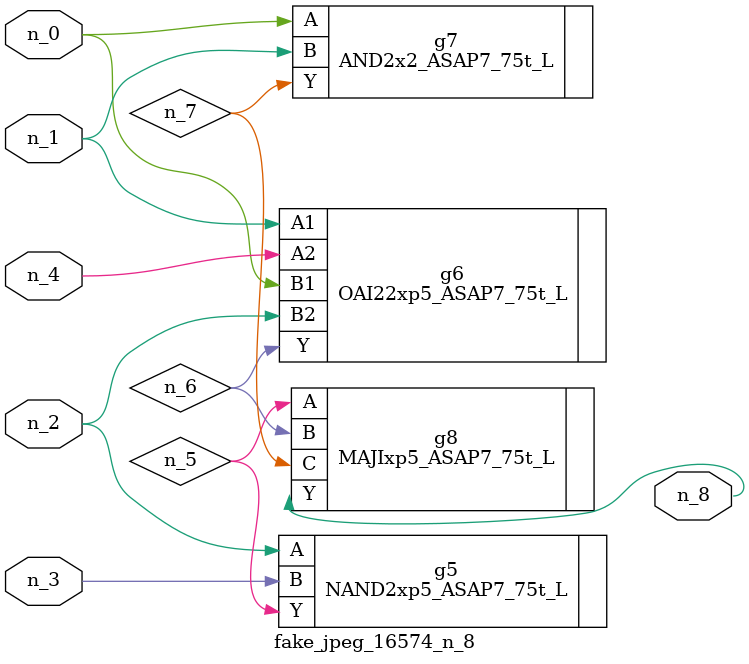
<source format=v>
module fake_jpeg_16574_n_8 (n_3, n_2, n_1, n_0, n_4, n_8);

input n_3;
input n_2;
input n_1;
input n_0;
input n_4;

output n_8;

wire n_6;
wire n_5;
wire n_7;

NAND2xp5_ASAP7_75t_L g5 ( 
.A(n_2),
.B(n_3),
.Y(n_5)
);

OAI22xp5_ASAP7_75t_L g6 ( 
.A1(n_1),
.A2(n_4),
.B1(n_0),
.B2(n_2),
.Y(n_6)
);

AND2x2_ASAP7_75t_L g7 ( 
.A(n_0),
.B(n_1),
.Y(n_7)
);

MAJIxp5_ASAP7_75t_L g8 ( 
.A(n_5),
.B(n_6),
.C(n_7),
.Y(n_8)
);


endmodule
</source>
